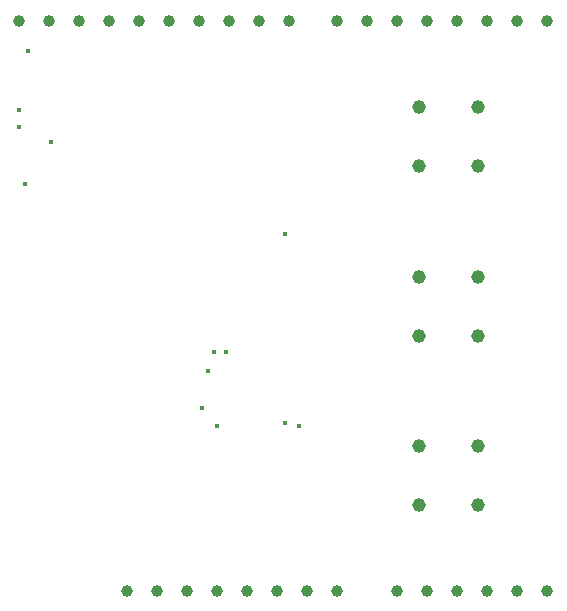
<source format=gbr>
%TF.GenerationSoftware,KiCad,Pcbnew,9.0.6+1*%
%TF.CreationDate,2025-12-15T08:06:45+00:00*%
%TF.ProjectId,dreh_shield,64726568-5f73-4686-9965-6c642e6b6963,0.1*%
%TF.SameCoordinates,Original*%
%TF.FileFunction,Plated,1,2,PTH,Drill*%
%TF.FilePolarity,Positive*%
%FSLAX46Y46*%
G04 Gerber Fmt 4.6, Leading zero omitted, Abs format (unit mm)*
G04 Created by KiCad (PCBNEW 9.0.6+1) date 2025-12-15 08:06:45*
%MOMM*%
%LPD*%
G01*
G04 APERTURE LIST*
%TA.AperFunction,ViaDrill*%
%ADD10C,0.400000*%
%TD*%
%TA.AperFunction,ComponentDrill*%
%ADD11C,1.000000*%
%TD*%
%TA.AperFunction,ComponentDrill*%
%ADD12C,1.150000*%
%TD*%
G04 APERTURE END LIST*
D10*
X118750000Y-56750000D03*
X118750000Y-58250000D03*
X119250000Y-63000000D03*
X119500000Y-51750000D03*
X121500000Y-59500000D03*
X134250000Y-82000000D03*
X134750000Y-78912500D03*
X135250000Y-77250000D03*
X135560000Y-83500000D03*
X136250000Y-77250000D03*
X141250000Y-67250000D03*
X141250000Y-83250000D03*
X142500000Y-83500000D03*
D11*
%TO.C,J2*%
X118796000Y-49200000D03*
X121336000Y-49200000D03*
X123876000Y-49200000D03*
X126416000Y-49200000D03*
%TO.C,J1*%
X127940000Y-97460000D03*
%TO.C,J2*%
X128956000Y-49200000D03*
%TO.C,J1*%
X130480000Y-97460000D03*
%TO.C,J2*%
X131496000Y-49200000D03*
%TO.C,J1*%
X133020000Y-97460000D03*
%TO.C,J2*%
X134036000Y-49200000D03*
%TO.C,J1*%
X135560000Y-97460000D03*
%TO.C,J2*%
X136576000Y-49200000D03*
%TO.C,J1*%
X138100000Y-97460000D03*
%TO.C,J2*%
X139116000Y-49200000D03*
%TO.C,J1*%
X140640000Y-97460000D03*
%TO.C,J2*%
X141656000Y-49200000D03*
%TO.C,J1*%
X143180000Y-97460000D03*
%TO.C,J4*%
X145720000Y-49200000D03*
%TO.C,J1*%
X145720000Y-97460000D03*
%TO.C,J4*%
X148260000Y-49200000D03*
X150800000Y-49200000D03*
%TO.C,J3*%
X150800000Y-97460000D03*
%TO.C,J4*%
X153340000Y-49200000D03*
%TO.C,J3*%
X153340000Y-97460000D03*
%TO.C,J4*%
X155880000Y-49200000D03*
%TO.C,J3*%
X155880000Y-97460000D03*
%TO.C,J4*%
X158420000Y-49200000D03*
%TO.C,J3*%
X158420000Y-97460000D03*
%TO.C,J4*%
X160960000Y-49200000D03*
%TO.C,J3*%
X160960000Y-97460000D03*
%TO.C,J4*%
X163500000Y-49200000D03*
%TO.C,J3*%
X163500000Y-97460000D03*
D12*
%TO.C,J103*%
X152617500Y-56550000D03*
X152617500Y-61550000D03*
%TO.C,J102*%
X152617500Y-70900000D03*
X152617500Y-75900000D03*
%TO.C,J101*%
X152617500Y-85250000D03*
X152617500Y-90250000D03*
%TO.C,J103*%
X157617500Y-56550000D03*
X157617500Y-61550000D03*
%TO.C,J102*%
X157617500Y-70900000D03*
X157617500Y-75900000D03*
%TO.C,J101*%
X157617500Y-85250000D03*
X157617500Y-90250000D03*
M02*

</source>
